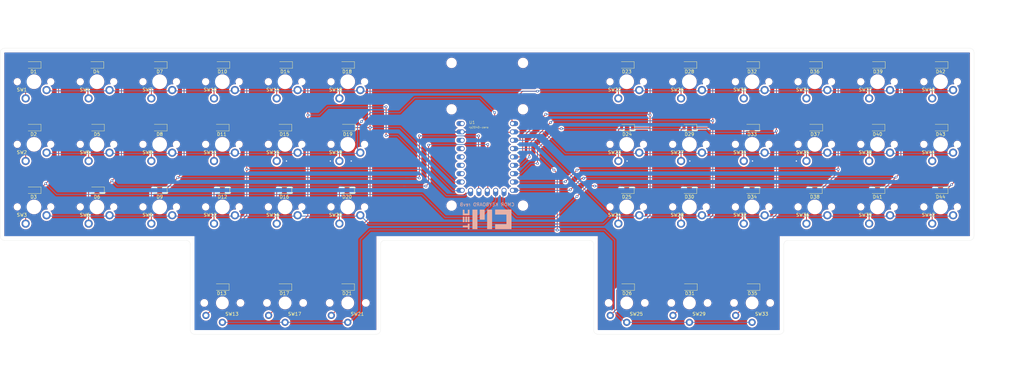
<source format=kicad_pcb>
(kicad_pcb
	(version 20241229)
	(generator "pcbnew")
	(generator_version "9.0")
	(general
		(thickness 1.6)
		(legacy_teardrops no)
	)
	(paper "A3")
	(layers
		(0 "F.Cu" signal)
		(4 "In1.Cu" power)
		(6 "In2.Cu" power)
		(2 "B.Cu" signal)
		(9 "F.Adhes" user "F.Adhesive")
		(11 "B.Adhes" user "B.Adhesive")
		(13 "F.Paste" user)
		(15 "B.Paste" user)
		(5 "F.SilkS" user "F.Silkscreen")
		(7 "B.SilkS" user "B.Silkscreen")
		(1 "F.Mask" user)
		(3 "B.Mask" user)
		(17 "Dwgs.User" user "User.Drawings")
		(19 "Cmts.User" user "User.Comments")
		(21 "Eco1.User" user "User.Eco1")
		(23 "Eco2.User" user "User.Eco2")
		(25 "Edge.Cuts" user)
		(27 "Margin" user)
		(31 "F.CrtYd" user "F.Courtyard")
		(29 "B.CrtYd" user "B.Courtyard")
		(35 "F.Fab" user)
		(33 "B.Fab" user)
	)
	(setup
		(stackup
			(layer "F.SilkS"
				(type "Top Silk Screen")
			)
			(layer "F.Paste"
				(type "Top Solder Paste")
			)
			(layer "F.Mask"
				(type "Top Solder Mask")
				(thickness 0.01)
			)
			(layer "F.Cu"
				(type "copper")
				(thickness 0.035)
			)
			(layer "dielectric 1"
				(type "core")
				(thickness 0.48)
				(material "FR4")
				(epsilon_r 4.5)
				(loss_tangent 0.02)
			)
			(layer "In1.Cu"
				(type "copper")
				(thickness 0.035)
			)
			(layer "dielectric 2"
				(type "prepreg")
				(thickness 0.48)
				(material "FR4")
				(epsilon_r 4.5)
				(loss_tangent 0.02)
			)
			(layer "In2.Cu"
				(type "copper")
				(thickness 0.035)
			)
			(layer "dielectric 3"
				(type "core")
				(thickness 0.48)
				(material "FR4")
				(epsilon_r 4.5)
				(loss_tangent 0.02)
			)
			(layer "B.Cu"
				(type "copper")
				(thickness 0.035)
			)
			(layer "B.Mask"
				(type "Bottom Solder Mask")
				(thickness 0.01)
			)
			(layer "B.Paste"
				(type "Bottom Solder Paste")
			)
			(layer "B.SilkS"
				(type "Bottom Silk Screen")
			)
			(copper_finish "None")
			(dielectric_constraints no)
		)
		(pad_to_mask_clearance 0.051)
		(solder_mask_min_width 0.25)
		(allow_soldermask_bridges_in_footprints no)
		(tenting front back)
		(aux_axis_origin 62.23 107.95)
		(grid_origin 62.23 107.95)
		(pcbplotparams
			(layerselection 0x00000000_00000000_55555555_5755f5af)
			(plot_on_all_layers_selection 0x00000000_00000000_00000000_00000000)
			(disableapertmacros no)
			(usegerberextensions yes)
			(usegerberattributes no)
			(usegerberadvancedattributes no)
			(creategerberjobfile no)
			(dashed_line_dash_ratio 12.000000)
			(dashed_line_gap_ratio 3.000000)
			(svgprecision 6)
			(plotframeref no)
			(mode 1)
			(useauxorigin no)
			(hpglpennumber 1)
			(hpglpenspeed 20)
			(hpglpendiameter 15.000000)
			(pdf_front_fp_property_popups yes)
			(pdf_back_fp_property_popups yes)
			(pdf_metadata yes)
			(pdf_single_document no)
			(dxfpolygonmode yes)
			(dxfimperialunits yes)
			(dxfusepcbnewfont yes)
			(psnegative no)
			(psa4output no)
			(plot_black_and_white yes)
			(sketchpadsonfab no)
			(plotpadnumbers no)
			(hidednponfab no)
			(sketchdnponfab yes)
			(crossoutdnponfab yes)
			(subtractmaskfromsilk yes)
			(outputformat 1)
			(mirror no)
			(drillshape 0)
			(scaleselection 1)
			(outputdirectory "gerber/")
		)
	)
	(net 0 "")
	(net 1 "+5V")
	(net 2 "Net-(D1-A)")
	(net 3 "Net-(D2-A)")
	(net 4 "Net-(D3-A)")
	(net 5 "/Col_A")
	(net 6 "Net-(D4-A)")
	(net 7 "Net-(D5-A)")
	(net 8 "Net-(D6-A)")
	(net 9 "Net-(D7-A)")
	(net 10 "/Col_B")
	(net 11 "Net-(D8-A)")
	(net 12 "Net-(D9-A)")
	(net 13 "Net-(D10-A)")
	(net 14 "Net-(D11-A)")
	(net 15 "Net-(D12-A)")
	(net 16 "/Col_C")
	(net 17 "Net-(D13-A)")
	(net 18 "Net-(D14-A)")
	(net 19 "Net-(D15-A)")
	(net 20 "Net-(D16-A)")
	(net 21 "Net-(D17-A)")
	(net 22 "/Col_D")
	(net 23 "Net-(D18-A)")
	(net 24 "Net-(D19-A)")
	(net 25 "Net-(D20-A)")
	(net 26 "Net-(D21-A)")
	(net 27 "/Col_E")
	(net 28 "Net-(D23-A)")
	(net 29 "Net-(D24-A)")
	(net 30 "Net-(D25-A)")
	(net 31 "Net-(D26-A)")
	(net 32 "/Col_F")
	(net 33 "Net-(D28-A)")
	(net 34 "Net-(D29-A)")
	(net 35 "Net-(D30-A)")
	(net 36 "Net-(D31-A)")
	(net 37 "/Col_G")
	(net 38 "Net-(D32-A)")
	(net 39 "Net-(D33-A)")
	(net 40 "Net-(D34-A)")
	(net 41 "Net-(D35-A)")
	(net 42 "/Col_H")
	(net 43 "Net-(D36-A)")
	(net 44 "Net-(D37-A)")
	(net 45 "Net-(D38-A)")
	(net 46 "Net-(D39-A)")
	(net 47 "Net-(D40-A)")
	(net 48 "/Col_I")
	(net 49 "Net-(D41-A)")
	(net 50 "Net-(D42-A)")
	(net 51 "Net-(D43-A)")
	(net 52 "/Col_J")
	(net 53 "Net-(D44-A)")
	(net 54 "/Col_K")
	(net 55 "/Col_L")
	(net 56 "GND")
	(net 57 "/Row_1")
	(net 58 "/Row_2")
	(net 59 "/Row_3")
	(net 60 "/Row_4")
	(net 61 "unconnected-(U1-27-Pad18)")
	(net 62 "unconnected-(U1-3V3-Pad21)")
	(net 63 "unconnected-(U1-29-Pad20)")
	(net 64 "unconnected-(U1-28-Pad19)")
	(net 65 "unconnected-(U1-26-Pad17)")
	(footprint "Switch_Keyboard_Cherry_MX:SW_Cherry_MX_PCB_1.00u" (layer "F.Cu") (at 347.98 137.16 180))
	(footprint "Diode_SMD:D_SOD-123" (layer "F.Cu") (at 252.73 132.08 180))
	(footprint "Switch_Keyboard_Cherry_MX:SW_Cherry_MX_PCB_1.00u" (layer "F.Cu") (at 91.65318 156.21 180))
	(footprint "Diode_SMD:D_SOD-123" (layer "F.Cu") (at 91.44 113.03 180))
	(footprint "Switch_Keyboard_Cherry_MX:SW_Cherry_MX_PCB_1.00u" (layer "F.Cu") (at 91.65318 137.16 180))
	(footprint "Diode_SMD:D_SOD-123" (layer "F.Cu") (at 252.617081 113.03 180))
	(footprint "Diode_SMD:D_SOD-123" (layer "F.Cu") (at 271.667081 151.13 180))
	(footprint "Switch_Keyboard_Cherry_MX:SW_Cherry_MX_PCB_1.00u" (layer "F.Cu") (at 252.617081 118.11 180))
	(footprint "Switch_Keyboard_Cherry_MX:SW_Cherry_MX_PCB_1.00u" (layer "F.Cu") (at 148.80318 118.11 180))
	(footprint "Switch_Keyboard_Cherry_MX:SW_Cherry_MX_PCB_1.00u" (layer "F.Cu") (at 72.517 118.11 180))
	(footprint "Diode_SMD:D_SOD-123" (layer "F.Cu") (at 110.70318 113.03 180))
	(footprint "Diode_SMD:D_SOD-123" (layer "F.Cu") (at 290.83 180.594 180))
	(footprint "Switch_Keyboard_Cherry_MX:SW_Cherry_MX_PCB_1.00u" (layer "F.Cu") (at 110.70318 137.16 180))
	(footprint "MountingHole:MountingHole_2.7mm_M2.5" (layer "F.Cu") (at 199.4 112.395))
	(footprint "Switch_Keyboard_Cherry_MX:SW_Cherry_MX_PCB_1.00u" (layer "F.Cu") (at 347.98 118.11 180))
	(footprint "Switch_Keyboard_Cherry_MX:SW_Cherry_MX_PCB_1.00u" (layer "F.Cu") (at 129.75318 118.11 180))
	(footprint "Switch_Keyboard_Cherry_MX:SW_Cherry_MX_PCB_1.00u" (layer "F.Cu") (at 252.617081 137.16 180))
	(footprint "MountingHole:MountingHole_2.7mm_M2.5" (layer "F.Cu") (at 221.1 126.5))
	(footprint "Diode_SMD:D_SOD-123" (layer "F.Cu") (at 72.39 113.03 180))
	(footprint "Diode_SMD:D_SOD-123" (layer "F.Cu") (at 271.78 180.594 180))
	(footprint "Diode_SMD:D_SOD-123" (layer "F.Cu") (at 129.75318 151.13 180))
	(footprint "Switch_Keyboard_Cherry_MX:SW_Cherry_MX_PCB_1.00u" (layer "F.Cu") (at 167.85318 118.11 180))
	(footprint "Switch_Keyboard_Cherry_MX:SW_Cherry_MX_PCB_1.00u" (layer "F.Cu") (at 328.817081 118.11 180))
	(footprint "Switch_Keyboard_Kailh:SW_Kailh_Choc_V1_1.00u" (layer "F.Cu") (at 290.717081 185.42 180))
	(footprint "Diode_SMD:D_SOD-123" (layer "F.Cu") (at 129.54 132.08 180))
	(footprint "Switch_Keyboard_Cherry_MX:SW_Cherry_MX_PCB_1.00u" (layer "F.Cu") (at 290.717081 137.16 180))
	(footprint "Switch_Keyboard_Cherry_MX:SW_Cherry_MX_PCB_1.00u" (layer "F.Cu") (at 290.717081 118.11 180))
	(footprint "Diode_SMD:D_SOD-123" (layer "F.Cu") (at 129.54 180.594 180))
	(footprint "Diode_SMD:D_SOD-123" (layer "F.Cu") (at 309.767081 151.13 180))
	(footprint "Switch_Keyboard_Cherry_MX:SW_Cherry_MX_PCB_1.00u" (layer "F.Cu") (at 110.70318 118.11 180))
	(footprint "Diode_SMD:D_SOD-123" (layer "F.Cu") (at 252.617081 151.13 180))
	(footprint "Diode_SMD:D_SOD-123" (layer "F.Cu") (at 271.667081 132.08 180))
	(footprint "Diode_SMD:D_SOD-123" (layer "F.Cu") (at 167.85318 132.08 180))
	(footprint "Diode_SMD:D_SOD-123" (layer "F.Cu") (at 91.65318 151.13 180))
	(footprint "Diode_SMD:D_SOD-123" (layer "F.Cu") (at 347.98 151.13 180))
	(footprint "Diode_SMD:D_SOD-123" (layer "F.Cu") (at 167.64 180.594 180))
	(footprint "Switch_Keyboard_Cherry_MX:SW_Cherry_MX_PCB_1.00u" (layer "F.Cu") (at 328.817081 137.16 180))
	(footprint "Diode_SMD:D_SOD-123"
		(layer "F.Cu")
		(uuid "6d3e4f02-b0b9-4463-8175-a2b4075229da")
		(at 110.70318 151.13 180)
		(descr "SOD-123")
		(tags "SOD-123")
		(property "Reference" "D9"
			(at 0 -2 0)
			(layer "F.SilkS")
			(uuid "13d79bd0-2dbf-4e85-8db5-ac3c38e72f3b")
			(effects
				(font
					(size 1 1)
					(thickness 0.15)
				)
			)
		)
		(property "Value" "1N4148W"
			(at 0 2.1 0)
			(layer "F.Fab")
			(uuid "69173069-4eb5-4244-a4db-9c5baec64f2d")
			(effects
				(font
					(size 1 1)
					(thickness 0.15)
				)
			)
		)
		(property "Datasheet" "https://www.vishay.com/docs/85748/1n4148w.pdf"
			(at 0 0 180)
			(layer "F.Fab")
			(hide yes)
			(uuid "7369678f-5e9e-4897-a077-5ab9726f4bbc")
			(effects
				(font
					(size 1.27 1.27)
					(thickness 0.15)
				)
			)
		)
		(property "Description" ""
			(at 0 0 180)
			(layer "F.Fab")
			(hide yes)
			(uuid "932d6520-390b-401d-a590-7d0a6398522a")
			(effects
				(font
					(size 1.27 1.27)
					(thickness 0.15)
				)
			)
		)
		(property ki_fp_filters "D*SOD?123*")
		(path "/b18bec3d-bd12-4ad7-b0a2-9dd0975a8de3")
		(sheetname "/")
		(sheetfile "cmdr_keyboard_42.kicad_sch")
		(attr smd)
		(fp_line
			(start -2.25 1)
			(end 1.65 1)
			(stroke
				(width 0.12)
				(type solid)
			)
			(layer "F.SilkS")
			(uuid "0f8347e5-e8a2-4caa-80a6-711cdce9f531")
		)
		(fp_line
			(start -2.25 -1)
			(end 1.65 -1)
			(stroke
				(width 0.12)
				(type solid)
			)
			(layer "F.SilkS")
			(uuid "45db56ff-2d07-4883-8c1a-9d713b3a1168")
		)
		(fp_line
			(start -2.25 -1)
			(end -2.25 1)
			(stroke
				(width 0.12)
				(type solid)
			)
			(layer "F.SilkS")
			(uuid "1e5dd7bd-cf52-468b-900e-e18f8db58642")
		)
		(fp_line
			(start 2.35 1.15)
			(end -2.35 1.15)
			(stroke
				(width 0.05)
				(type solid)
			)
			(layer "F.CrtYd")
			(uuid "60debff0-baf6-4af5-aeba-c372b7a6bd03")
		)
		(fp_line
			(start 2.35 -1.15)
			(end 2.35 1.15)
			(stroke
				(width 0.05)
				(type solid)
			)
			(layer "F.CrtYd")
			(uuid "98da7e3a-0650-4c7f-90b0-837972225fb1")
		)
		(fp_line
			(start -2.35 -1.15)
			(end 2.35 -1.15)
			(stroke
				(width 0.05)
				(type solid)
			)
			(layer "F.CrtYd")
			(uuid "0d2bba70-5f24-420f-b565-33b903d35c78")
		)
		(fp_line
			(start -2.35 -1.15)
			(end -2.35 1.15)
			(stroke
				(width 0.05)
				(type solid)
			)
			(layer "F.CrtYd")
			(uuid "bbafc9aa-0718-433b-808f-070ee3d2f2b0")
		)
		(fp_line
			(start 1.4 0.9)
			(end -1.4 0.9)
			(stroke
				(width 0.1)
				(type solid)
			)
			(layer "F.Fab")
			(uuid "9b184af5-c4d5-441c-bfce-32eb47a2d01c")
		)
		(fp_line
			(start 1.4 -0.9)
			(end 1.4 0.9)
			(stroke
				(width 0.1)
				(type solid)
			)
			(layer "F.Fab")
			(uuid "826de3c2-fb95-4f6c-92d7-0c6b8fce0103")
		)
		(fp_line
			(start 0.25 0.4)
			(end -0.35 0)
			(stroke
				(width 0.1)
				(type solid)
			)
			(layer "F.Fab")
			(uuid "24194977-b91d-4254-8dc3-aa5a3a765299")
		)
		(fp_line
			(start 0.25 0)
			(end 0.75 0)
			(stroke
				(width 0.1)
				(type solid)
			)
			(layer "F.Fab")
			(uuid "3a76eaa5-9b91-443d-95f1-4e78c2d6b08e")
		)
		(fp_line
			(start 0.25 -0.4)
			(end 0.25 0.4)
			(stroke
				(width 0.1)
				(type solid)
			)
			(layer "F.Fab")
			(uuid "6766a99e-6d2f-4e41-8172-74b54431f8c8")
		)
		(fp_line
			(start -0.35 0)
			(end 0.25 -0.4)
			(stroke
				(width 0.1)
				(type solid)
			)
			(layer "F.Fab")
			(uuid "20f9e097-1f61-4eff-b0b7-ba876382ec3e")
		)
		(fp_line
			(start -0.35 0)
			(end -0.35 0.55)
			(stroke
				(width 0.1)
				(type solid)
			)
			(layer "F.Fab")
			(uuid "a6274c1f-e981-4594-a374-0d52222d6818")
		)
		(fp_line
			(start -0.35 0)
			(end -0.35 -0.55)
			(stroke
				(width 0.1)
				(type solid)
			)
			(layer "F.Fab")
			(uuid "d416c22b-0175-432d-a125-4829829d242f")
		)
		(fp_line
			(start -0.75 0)
			(end -0.35 0)
			(stroke
				(width 0.1)
				(type solid)
			)
			(layer "F.Fab")
			(uuid "1bad086e-19a9-4d47-9ab4-90222698a257")
		)
		(fp_line
			(start -1.4 0.9)
			(end -1.4 -0.9)
			(stroke
				(width 0.1)
				(type solid)
			)
			(layer "F.Fab")
			(uuid "a86be58a-499e-4d97-8609-250c74ed5f1e")
		)
		(fp_line
			(start -1.4 -0.9)
			(end 1.4 -0.9)
			(stroke
				(width 0.1)
				(type solid)
			)
			(layer "F.Fab")
			(uuid "b4b24fe9-aeb5-4b15-be3b-5fabc216f3fb")
		)
		(fp_text user "${REFERENCE}"
			(at 0 -2 0)
			(layer "F.Fab")
			(uuid "faa3b598-1836-4a4d-9b03-938f91254bcf")
			(effects
				(font
					(size 1 1)
					(thickness 0.15)
				)
			)
		)
		(pad "1" smd rect
			(at -1.65 0 180)
			(size 0.9 1.2)
			(layers "F.Cu" "F.Mask" "F.Paste")
			(net 16 "/Col_C")
			(pinfunction "K")
			(pintype "passive")
			(uuid "dd92cb02-c77a-47e7-8887-4ea9bd592d03")
		)
		(pad "2" smd rect
			(at 1.65 0 180)
			(size 0.9 1.2)
			(layers "F.Cu" "F.Mask" "F.Paste")
			(net 1
... [1512850 chars truncated]
</source>
